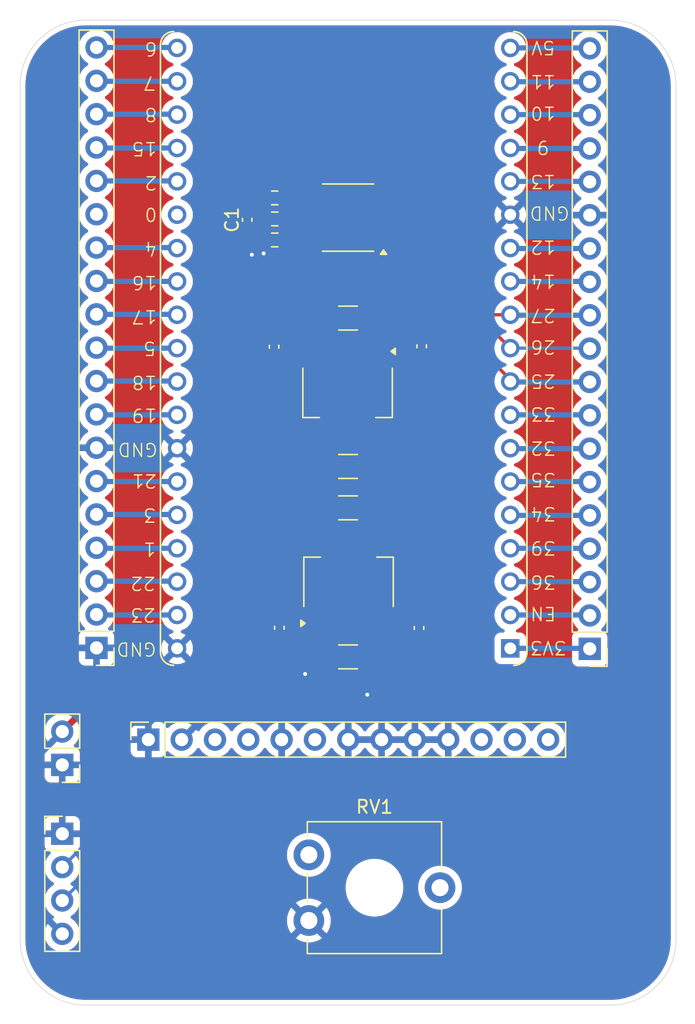
<source format=kicad_pcb>
(kicad_pcb (version 20240108) (generator "pcbnew") (generator_version "8.0")
  (layers (0 "F.Cu" signal) (31 "B.Cu" signal) (34 "B.Paste" user) (35 "F.Paste" user) (36 "B.SilkS" user "B.Silkscreen") (37 "F.SilkS" user "F.Silkscreen") (38 "B.Mask" user) (39 "F.Mask" user) (44 "Edge.Cuts" user))
  (net 0 "")
  (net 1 "GPIO23")
  (net 2 "GPIO19")
  (net 3 "Net-(J1-Pin_3)")
  (net 4 "GPIO16")
  (net 5 "GPIO18")
  (net 6 "GPIO17")
  (net 7 "GPIO27")
  (net 8 "GPIO14")
  (net 9 "12")
  (net 10 "SD2")
  (net 11 "GPIO25")
  (net 12 "GPIO33")
  (net 13 "GPIO13")
  (net 14 "SD3")
  (net 15 "GPIO34")
  (net 16 "GPIO32")
  (net 17 "EN")
  (net 18 "GPIO36")
  (net 19 "GPIO26")
  (net 20 "CMD")
  (net 21 "ESP3V3")
  (net 22 "GPIO35")
  (net 23 "GPIO22")
  (net 24 "CLK")
  (net 25 "GPIO1")
  (net 26 "SD0")
  (net 27 "SD1")
  (net 28 "GPIO2")
  (net 29 "GPIO21")
  (net 30 "GPIO5")
  (net 31 "GPIO0")
  (net 32 "GPIO15")
  (net 33 "GPIO3")
  (net 34 "GPIO4")
  (net 35 "3V3")
  (net 36 "GND")
  (net 37 "RS485_A+")
  (net 38 "9V")
  (net 39 "RS485_B-")
  (net 40 "5V")
  (net 41 "GPIO39")
  (footprint "Package_TO_SOT_SMD:SOT-223-3_TabPin2" (layer "F.Cu") (at 180.498024 68.885524 -90)
    (property "Reference" "U4" (hide yes))
    (property "Value" "AMS1117-3.3")
    (fp_line (start -1.85 3.41) (end 1.91 3.41) (stroke (width 0.12)) (layer "F.SilkS"))
    (fp_line (start 1.91 3.41) (end 1.91 2.15) (stroke (width 0.12)) (layer "F.SilkS"))
    (fp_line (start -1.85 -3.41) (end 1.91 -3.41) (stroke (width 0.12)) (layer "F.SilkS"))
    (fp_line (start 1.91 -3.41) (end 1.91 -2.15) (stroke (width 0.12)) (layer "F.SilkS"))
    (fp_poly (pts (xy -3.13 -3.31) (xy -3.37 -3.64) (xy -2.89 -3.64) (xy -3.13 -3.31)) (stroke (width 0.12)) (fill solid) (layer "F.SilkS"))
    (pad "1" smd roundrect (at -3.15 -2.3 270) (size 2 1.5) (layers "F.Cu" "F.Paste" "F.Mask") (net 36 "GND"))
    (pad "2" smd roundrect (at -3.15 0 270) (size 2 1.5) (layers "F.Cu" "F.Paste" "F.Mask") (net 35 "3V3"))
    (pad "2" smd roundrect (at 3.15 0 270) (size 2 3.8) (layers "F.Cu" "F.Paste" "F.Mask") (net 35 "3V3"))
    (pad "3" smd roundrect (at -3.15 2.3 270) (size 2 1.5) (layers "F.Cu" "F.Paste" "F.Mask") (net 40 "5V"))
  )
  (footprint "Resistor_SMD:R_0603_1608Metric" (layer "F.Cu") (at 174.946058 57.271058 180)
    (property "Reference" "R1" (hide yes))
    (property "Value" "4.7K")
    (fp_line (start -0.237258 0.5225) (end 0.237258 0.5225) (stroke (width 0.12)) (layer "F.SilkS"))
    (fp_line (start -0.237258 -0.5225) (end 0.237258 -0.5225) (stroke (width 0.12)) (layer "F.SilkS"))
    (pad "1" smd roundrect (at -0.825 0 180) (size 0.8 0.95) (layers "F.Cu" "F.Paste" "F.Mask") (net 35 "3V3"))
    (pad "2" smd roundrect (at 0.825 0 180) (size 0.8 0.95) (layers "F.Cu" "F.Paste" "F.Mask") (net 37 "RS485_A+"))
  )
  (footprint "Capacitor_SMD:C_1206_3216Metric" (layer "F.Cu") (at 180.535524 77.671058 180)
    (property "Reference" "C7" (hide yes))
    (property "Value" "22uF")
    (fp_line (start -0.711252 0.91) (end 0.711252 0.91) (stroke (width 0.12)) (layer "F.SilkS"))
    (fp_line (start -0.711252 -0.91) (end 0.711252 -0.91) (stroke (width 0.12)) (layer "F.SilkS"))
    (pad "1" smd roundrect (at -1.475 0 180) (size 1.15 1.8) (layers "F.Cu" "F.Paste" "F.Mask") (roundrect_rratio 0.217391) (net 40 "5V"))
    (pad "2" smd roundrect (at 1.475 0 180) (size 1.15 1.8) (layers "F.Cu" "F.Paste" "F.Mask") (roundrect_rratio 0.217391) (net 36 "GND"))
  )
  (footprint "Resistor_SMD:R_0603_1608Metric" (layer "F.Cu") (at 174.946058 55.671058)
    (property "Reference" "R2" (hide yes))
    (property "Value" "120")
    (fp_line (start -0.237258 -0.5225) (end 0.237258 -0.5225) (stroke (width 0.12)) (layer "F.SilkS"))
    (fp_line (start -0.237258 0.5225) (end 0.237258 0.5225) (stroke (width 0.12)) (layer "F.SilkS"))
    (pad "1" smd roundrect (at -0.825 0) (size 0.8 0.95) (layers "F.Cu" "F.Paste" "F.Mask") (net 37 "RS485_A+"))
    (pad "2" smd roundrect (at 0.825 0) (size 0.8 0.95) (layers "F.Cu" "F.Paste" "F.Mask") (net 39 "RS485_B-"))
  )
  (footprint "Capacitor_SMD:C_1206_3216Metric" (layer "F.Cu") (at 180.535524 89.021058 180)
    (property "Reference" "C3" (hide yes))
    (property "Value" "22uF")
    (fp_line (start -0.711252 0.91) (end 0.711252 0.91) (stroke (width 0.12)) (layer "F.SilkS"))
    (fp_line (start -0.711252 -0.91) (end 0.711252 -0.91) (stroke (width 0.12)) (layer "F.SilkS"))
    (pad "1" smd roundrect (at -1.475 0 180) (size 1.15 1.8) (layers "F.Cu" "F.Paste" "F.Mask") (roundrect_rratio 0.217391) (net 38 "9V"))
    (pad "2" smd roundrect (at 1.475 0 180) (size 1.15 1.8) (layers "F.Cu" "F.Paste" "F.Mask") (roundrect_rratio 0.217391) (net 36 "GND"))
  )
  (footprint "Connector_PinHeader_2.54mm:PinHeader_1x19_P2.54mm_Vertical" (layer "F.Cu") (at 198.958024 88.405524 180)
    (property "Reference" "J4" (hide yes))
    (property "Value" "Conn_01x19")
    (fp_line (start 1.33 1.27) (end 1.33 47.05) (stroke (width 0.12)) (layer "F.SilkS"))
    (fp_line (start -1.33 47.05) (end 1.33 47.05) (stroke (width 0.12)) (layer "F.SilkS"))
    (fp_line (start -1.33 1.27) (end 1.33 1.27) (stroke (width 0.12)) (layer "F.SilkS"))
    (fp_line (start -1.33 1.27) (end -1.33 47.05) (stroke (width 0.12)) (layer "F.SilkS"))
    (fp_line (start -1.33 0) (end -1.33 -1.33) (stroke (width 0.12)) (layer "F.SilkS"))
    (fp_line (start -1.33 -1.33) (end 0 -1.33) (stroke (width 0.12)) (layer "F.SilkS"))
    (pad "1" thru_hole rect (at 0 0 180) (size 1.7 1.7) (drill 1) (layers "*.Cu" "*.Mask") (net 21 "ESP3V3"))
    (pad "2" thru_hole oval (at 0 2.54 180) (size 1.7 1.7) (drill 1) (layers "*.Cu" "*.Mask") (net 17 "EN"))
    (pad "3" thru_hole oval (at 0 5.08 180) (size 1.7 1.7) (drill 1) (layers "*.Cu" "*.Mask") (net 18 "GPIO36"))
    (pad "4" thru_hole oval (at 0 7.62 180) (size 1.7 1.7) (drill 1) (layers "*.Cu" "*.Mask") (net 41 "GPIO39"))
    (pad "5" thru_hole oval (at 0 10.16 180) (size 1.7 1.7) (drill 1) (layers "*.Cu" "*.Mask") (net 15 "GPIO34"))
    (pad "6" thru_hole oval (at 0 12.7 180) (size 1.7 1.7) (drill 1) (layers "*.Cu" "*.Mask") (net 22 "GPIO35"))
    (pad "7" thru_hole oval (at 0 15.24 180) (size 1.7 1.7) (drill 1) (layers "*.Cu" "*.Mask") (net 16 "GPIO32"))
    (pad "8" thru_hole oval (at 0 17.78 180) (size 1.7 1.7) (drill 1) (layers "*.Cu" "*.Mask") (net 12 "GPIO33"))
    (pad "9" thru_hole oval (at 0 20.32 180) (size 1.7 1.7) (drill 1) (layers "*.Cu" "*.Mask") (net 11 "GPIO25"))
    (pad "10" thru_hole oval (at 0 22.86 180) (size 1.7 1.7) (drill 1) (layers "*.Cu" "*.Mask") (net 19 "GPIO26"))
    (pad "11" thru_hole oval (at 0 25.4 180) (size 1.7 1.7) (drill 1) (layers "*.Cu" "*.Mask") (net 7 "GPIO27"))
    (pad "12" thru_hole oval (at 0 27.94 180) (size 1.7 1.7) (drill 1) (layers "*.Cu" "*.Mask") (net 8 "GPIO14"))
    (pad "13" thru_hole oval (at 0 30.48 180) (size 1.7 1.7) (drill 1) (layers "*.Cu" "*.Mask") (net 9 "12"))
    (pad "14" thru_hole oval (at 0 33.02 180) (size 1.7 1.7) (drill 1) (layers "*.Cu" "*.Mask") (net 36 "GND"))
    (pad "15" thru_hole oval (at 0 35.56 180) (size 1.7 1.7) (drill 1) (layers "*.Cu" "*.Mask") (net 13 "GPIO13"))
    (pad "16" thru_hole oval (at 0 38.1 180) (size 1.7 1.7) (drill 1) (layers "*.Cu" "*.Mask") (net 10 "SD2"))
    (pad "17" thru_hole oval (at 0 40.64 180) (size 1.7 1.7) (drill 1) (layers "*.Cu" "*.Mask") (net 14 "SD3"))
    (pad "18" thru_hole oval (at 0 43.18 180) (size 1.7 1.7) (drill 1) (layers "*.Cu" "*.Mask") (net 20 "CMD"))
    (pad "19" thru_hole oval (at 0 45.72 180) (size 1.7 1.7) (drill 1) (layers "*.Cu" "*.Mask") (net 40 "5V"))
  )
  (footprint "ThesisLib:MODULE_ESP32-DEVKITC-32E-Edited" (layer "F.Cu") (at 180.202274 65.535524 180)
    (property "Reference" "U1" (hide yes))
    (property "Value" "ESP32-DEVKITC-32E")
    (fp_line (start 13.97 23.13) (end 13.97 -23.13) (stroke (width 0.127)) (layer "F.SilkS"))
    (fp_line (start -13.97 23.13) (end -13.97 -23.13) (stroke (width 0.127)) (layer "F.SilkS"))
    (fp_arc (start 13.97 23.13) (mid 13.677107 23.837107) (end 12.97 24.13) (stroke (width 0.127)) (layer "F.SilkS"))
    (fp_arc (start 12.97 -24.13) (mid 13.677107 -23.837107) (end 13.97 -23.13) (stroke (width 0.127)) (layer "F.SilkS"))
    (fp_arc (start -12.97 24.13) (mid -13.677107 23.837107) (end -13.97 23.13) (stroke (width 0.127)) (layer "F.SilkS"))
    (fp_arc (start -13.97 -23.13) (mid -13.677107 -23.837107) (end -12.97 -24.13) (stroke (width 0.127)) (layer "F.SilkS"))
    (fp_text user "15" (at 15.2 15.8 180) (layer "F.SilkS") (effects (font (thickness 0.1)) (justify bottom)))
    (fp_text user "8" (at 14.7 18.4 180) (layer "F.SilkS") (effects (font (thickness 0.1)) (justify bottom)))
    (fp_text user "32" (at -15.2 -7 180) (layer "F.SilkS") (effects (font (thickness 0.1)) (justify bottom)))
    (fp_text user "16" (at 15.2 5.6 180) (layer "F.SilkS") (effects (font (thickness 0.1)) (justify bottom)))
    (fp_text user "36" (at -15.2 -17.2 180) (layer "F.SilkS") (effects (font (thickness 0.1)) (justify bottom)))
    (fp_text user "35" (at -15.2 -9.4 180) (layer "F.SilkS") (effects (font (thickness 0.1)) (justify bottom)))
    (fp_text user "1" (at 14.8 -14.7 180) (layer "F.SilkS") (effects (font (thickness 0.1)) (justify bottom)))
    (fp_text user "23" (at 15.3 -19.7 180) (layer "F.SilkS") (effects (font (thickness 0.1)) (justify bottom)))
    (fp_text user "GND" (at -15.7 10.9 180) (layer "F.SilkS") (effects (font (thickness 0.1)) (justify bottom)))
    (fp_text user "" (at 14.4 -20.3 180) (layer "F.SilkS") (effects (font (thickness 0.1)) (justify left bottom)))
    (fp_text user "EN" (at -15.2 -19.6 180) (layer "F.SilkS") (effects (font (thickness 0.1)) (justify bottom)))
    (fp_text user "0" (at 14.7 10.8 180) (layer "F.SilkS") (effects (font (thickness 0.1)) (justify bottom)))
    (fp_text user "19" (at 15.2 -4.5 180) (layer "F.SilkS") (effects (font (thickness 0.1)) (justify bottom)))
    (fp_text user "GND" (at 15.8 -22.3 180) (layer "F.SilkS") (effects (font (thickness 0.1)) (justify bottom)))
    (fp_text user "25" (at -15.2 -1.9 180) (layer "F.SilkS") (effects (font (thickness 0.1)) (justify bottom)))
    (fp_text user "" (at -5.3 -20.3 180) (layer "F.SilkS") (effects (font (thickness 0.1)) (justify left bottom)))
    (fp_text user "5" (at 14.8 0.6 180) (layer "F.SilkS") (effects (font (thickness 0.1)) (justify bottom)))
    (fp_text user "33" (at -15.2 -4.4 180) (layer "F.SilkS") (effects (font (thickness 0.1)) (justify bottom)))
    (fp_text user "13" (at -15.2 13.3 180) (layer "F.SilkS") (effects (font (thickness 0.1)) (justify bottom)))
    (fp_text user "27" (at -15.2 3.1 180) (layer "F.SilkS") (effects (font (thickness 0.1)) (justify bottom)))
    (fp_text user "22" (at 15.3 -17.3 180) (layer "F.SilkS") (effects (font (thickness 0.1)) (justify bottom)))
    (fp_text user "10" (at -15.2 18.5 180) (layer "F.SilkS") (effects (font (thickness 0.1)) (justify bottom)))
    (fp_text user "12" (at -15.2 8.3 180) (layer "F.SilkS") (effects (font (thickness 0.1)) (justify bottom)))
    (fp_text user "" (at -16.8 -20.2 180) (layer "F.SilkS") (effects (font (thickness 0.1)) (justify left bottom)))
    (fp_text user "26" (at -15.2 0.7 180) (layer "F.SilkS") (effects (font (thickness 0.1)) (justify bottom)))
    (fp_text user "7" (at 14.8 20.8 180) (layer "F.SilkS") (effects (font (thickness 0.1)) (justify bottom)))
    (fp_text user "4" (at 14.7 8.2 180) (layer "F.SilkS") (effects (font (thickness 0.1)) (justify bottom)))
    (fp_text user "39" (at -15.2 -14.6 180) (layer "F.SilkS") (effects (font (thickness 0.1)) (justify bottom)))
    (fp_text user "21" (at 15.2 -9.5 180) (layer "F.SilkS") (effects (font (thickness 0.1)) (justify bottom)))
    (fp_text user "34" (at -15.2 -12 180) (layer "F.SilkS") (effects (font (thickness 0.1)) (justify bottom)))
    (fp_text user "2" (at 14.7 13.2 180) (layer "F.SilkS") (effects (font (thickness 0.1)) (justify bottom)))
    (fp_text user "14" (at -15.2 5.7 180) (layer "F.SilkS") (effects (font (thickness 0.1)) (justify bottom)))
    (fp_text user "18" (at 15.2 -2 180) (layer "F.SilkS") (effects (font (thickness 0.1)) (justify bottom)))
    (fp_text user "5V" (at -15.2 23.5 180) (layer "F.SilkS") (effects (font (thickness 0.1)) (justify bottom)))
    (fp_text user "3V3 " (at -15.2 -22.2 180) (layer "F.SilkS") (effects (font (thickness 0.1)) (justify bottom)))
    (fp_text user "11" (at -15.2 20.9 180) (layer "F.SilkS") (effects (font (thickness 0.1)) (justify bottom)))
    (fp_text user "6" (at 14.7 23.4 180) (layer "F.SilkS") (effects (font (thickness 0.1)) (justify bottom)))
    (fp_text user "9" (at -15.2 15.9 180) (layer "F.SilkS") (effects (font (thickness 0.1)) (justify bottom)))
    (fp_text user "3" (at 14.8 -12.1 180) (layer "F.SilkS") (effects (font (thickness 0.1)) (justify bottom)))
    (fp_text user "GND" (at 15.7 -7.1 180) (layer "F.SilkS") (effects (font (thickness 0.1)) (justify bottom)))
    (fp_text user "17" (at 15.2 3 180) (layer "F.SilkS") (effects (font (thickness 0.1)) (justify bottom)))
    (pad "J2_1" thru_hole rect (at -12.7 -22.835 180) (size 1.408 1.408) (drill 0.9) (layers "*.Cu" "*.Mask") (net 21 "ESP3V3"))
    (pad "J2_2" thru_hole circle (at -12.7 -20.295 180) (size 1.408 1.408) (drill 0.9) (layers "*.Cu" "*.Mask") (net 17 "EN"))
    (pad "J2_3" thru_hole circle (at -12.7 -17.755 180) (size 1.408 1.408) (drill 0.9) (layers "*.Cu" "*.Mask") (net 18 "GPIO36"))
    (pad "J2_4" thru_hole circle (at -12.7 -15.215 180) (size 1.408 1.408) (drill 0.9) (layers "*.Cu" "*.Mask") (net 41 "GPIO39"))
    (pad "J2_5" thru_hole circle (at -12.7 -12.675 180) (size 1.408 1.408) (drill 0.9) (layers "*.Cu" "*.Mask") (net 15 "GPIO34"))
    (pad "J2_6" thru_hole circle (at -12.7 -10.135 180) (size 1.408 1.408) (drill 0.9) (layers "*.Cu" "*.Mask") (net 22 "GPIO35"))
    (pad "J2_7" thru_hole circle (at -12.7 -7.595 180) (size 1.408 1.408) (drill 0.9) (layers "*.Cu" "*.Mask") (net 16 "GPIO32"))
    (pad "J2_8" thru_hole circle (at -12.7 -5.055 180) (size 1.408 1.408) (drill 0.9) (layers "*.Cu" "*.Mask") (net 12 "GPIO33"))
    (pad "J2_9" thru_hole circle (at -12.7 -2.515 180) (size 1.408 1.408) (drill 0.9) (layers "*.Cu" "*.Mask") (net 11 "GPIO25"))
    (pad "J2_10" thru_hole circle (at -12.7 0.025 180) (size 1.408 1.408) (drill 0.9) (layers "*.Cu" "*.Mask") (net 19 "GPIO26"))
    (pad "J2_11" thru_hole circle (at -12.7 2.565 180) (size 1.408 1.408) (drill 0.9) (layers "*.Cu" "*.Mask") (net 7 "GPIO27"))
    (pad "J2_12" thru_hole circle (at -12.7 5.105 180) (size 1.408 1.408) (drill 0.9) (layers "*.Cu" "*.Mask") (net 8 "GPIO14"))
    (pad "J2_13" thru_hole circle (at -12.7 7.645 180) (size 1.408 1.408) (drill 0.9) (layers "*.Cu" "*.Mask") (net 9 "12"))
    (pad "J2_14" thru_hole circle (at -12.7 10.185 180) (size 1.408 1.408) (drill 0.9) (layers "*.Cu" "*.Mask") (net 36 "GND"))
    (pad "J2_15" thru_hole circle (at -12.7 12.725 180) (size 1.408 1.408) (drill 0.9) (layers "*.Cu" "*.Mask") (net 13 "GPIO13"))
    (pad "J2_16" thru_hole circle (at -12.7 15.265 180) (size 1.408 1.408) (drill 0.9) (layers "*.Cu" "*.Mask") (net 10 "SD2"))
    (pad "J2_17" thru_hole circle (at -12.7 17.805 180) (size 1.408 1.408) (drill 0.9) (layers "*.Cu" "*.Mask") (net 14 "SD3"))
    (pad "J2_18" thru_hole circle (at -12.7 20.345 180) (size 1.408 1.408) (drill 0.9) (layers "*.Cu" "*.Mask") (net 20 "CMD"))
    (pad "J2_19" thru_hole circle (at -12.7 22.885 180) (size 1.408 1.408) (drill 0.9) (layers "*.Cu" "*.Mask") (net 40 "5V"))
    (pad "J3_1" thru_hole circle (at 12.7 -22.835 180) (size 1.408 1.408) (drill 0.9) (layers "*.Cu" "*.Mask") (net 36 "GND"))
    (pad "J3_2" thru_hole circle (at 12.7 -20.295 180) (size 1.408 1.408) (drill 0.9) (layers "*.Cu" "*.Mask") (net 1 "GPIO23"))
    (pad "J3_3" thru_hole circle (at 12.7 -17.755 180) (size 1.408 1.408) (drill 0.9) (layers "*.Cu" "*.Mask") (net 23 "GPIO22"))
    (pad "J3_4" thru_hole circle (at 12.7 -15.215 180) (size 1.408 1.408) (drill 0.9) (layers "*.Cu" "*.Mask") (net 25 "GPIO1"))
    (pad "J3_5" thru_hole circle (at 12.7 -12.675 180) (size 1.408 1.408) (drill 0.9) (layers "*.Cu" "*.Mask") (net 33 "GPIO3"))
    (pad "J3_6" thru_hole circle (at 12.7 -10.135 180) (size 1.408 1.408) (drill 0.9) (layers "*.Cu" "*.Mask") (net 29 "GPIO21"))
    (pad "J3_7" thru_hole circle (at 12.7 -7.595 180) (size 1.408 1.408) (drill 0.9) (layers "*.Cu" "*.Mask") (net 36 "GND"))
    (pad "J3_8" thru_hole circle (at 12.7 -5.055 180) (size 1.408 1.408) (drill 0.9) (layers "*.Cu" "*.Mask") (net 2 "GPIO19"))
    (pad "J3_9" thru_hole circle (at 12.7 -2.515 180) (size 1.408 1.408) (drill 0.9) (layers "*.Cu" "*.Mask") (net 5 "GPIO18"))
    (pad "J3_10" thru_hole circle (at 12.7 0.025 180) (size 1.408 1.408) (drill 0.9) (layers "*.Cu" "*.Mask") (net 30 "GPIO5"))
    (pad "J3_11" thru_hole circle (at 12.7 2.565 180) (size 1.408 1.408) (drill 0.9) (layers "*.Cu" "*.Mask") (net 6 "GPIO17"))
    (pad "J3_12" thru_hole circle (at 12.7 5.105 180) (size 1.408 1.408) (drill 0.9) (layers "*.Cu" "*.Mask") (net 4 "GPIO16"))
    (pad "J3_13" thru_hole circle (at 12.7 7.645 180) (size 1.408 1.408) (drill 0.9) (layers "*.Cu" "*.Mask") (net 34 "GPIO4"))
    (pad "J3_14" thru_hole circle (at 12.7 10.185 180) (size 1.408 1.408) (drill 0.9) (layers "*.Cu" "*.Mask") (net 31 "GPIO0"))
    (pad "J3_15" thru_hole circle (at 12.7 12.725 180) (size 1.408 1.408) (drill 0.9) (layers "*.Cu" "*.Mask") (net 28 "GPIO2"))
    (pad "J3_16" thru_hole circle (at 12.7 15.265 180) (size 1.408 1.408) (drill 0.9) (layers "*.Cu" "*.Mask") (net 32 "GPIO15"))
    (pad "J3_17" thru_hole circle (at 12.7 17.805 180) (size 1.408 1.408) (drill 0.9) (layers "*.Cu" "*.Mask") (net 27 "SD1"))
    (pad "J3_18" thru_hole circle (at 12.7 20.345 180) (size 1.408 1.408) (drill 0.9) (layers "*.Cu" "*.Mask") (net 26 "SD0"))
    (pad "J3_19" thru_hole circle (at 12.7 22.885 180) (size 1.408 1.408) (drill 0.9) (layers "*.Cu" "*.Mask") (net 24 "CLK"))
  )
  (footprint "Capacitor_SMD:C_0402_1005Metric" (layer "F.Cu") (at 185.946058 86.821058 90)
    (property "Reference" "C2" (hide yes))
    (property "Value" "0.1uF")
    (fp_line (start -0.107836 -0.36) (end 0.107836 -0.36) (stroke (width 0.12)) (layer "F.SilkS"))
    (fp_line (start -0.107836 0.36) (end 0.107836 0.36) (stroke (width 0.12)) (layer "F.SilkS"))
    (pad "1" smd roundrect (at -0.48 0 90) (size 0.56 0.62) (layers "F.Cu" "F.Paste" "F.Mask") (net 38 "9V"))
    (pad "2" smd roundrect (at 0.48 0 90) (size 0.56 0.62) (layers "F.Cu" "F.Paste" "F.Mask") (net 36 "GND"))
  )
  (footprint "Capacitor_SMD:C_0402_1005Metric" (layer "F.Cu") (at 174.896058 65.401058 -90)
    (property "Reference" "C6" (hide yes))
    (property "Value" "0.1uF")
    (fp_line (start -0.107836 0.36) (end 0.107836 0.36) (stroke (width 0.12)) (layer "F.SilkS"))
    (fp_line (start -0.107836 -0.36) (end 0.107836 -0.36) (stroke (width 0.12)) (layer "F.SilkS"))
    (pad "1" smd roundrect (at -0.48 0 270) (size 0.56 0.62) (layers "F.Cu" "F.Paste" "F.Mask") (net 40 "5V"))
    (pad "2" smd roundrect (at 0.48 0 270) (size 0.56 0.62) (layers "F.Cu" "F.Paste" "F.Mask") (net 36 "GND"))
  )
  (footprint "Capacitor_SMD:C_0402_1005Metric" (layer "F.Cu") (at 175.296058 86.801058 -90)
    (property "Reference" "C5" (hide yes))
    (property "Value" "0.1uF")
    (fp_line (start -0.107836 0.36) (end 0.107836 0.36) (stroke (width 0.12)) (layer "F.SilkS"))
    (fp_line (start -0.107836 -0.36) (end 0.107836 -0.36) (stroke (width 0.12)) (layer "F.SilkS"))
    (pad "1" smd roundrect (at -0.48 0 270) (size 0.56 0.62) (layers "F.Cu" "F.Paste" "F.Mask") (net 40 "5V"))
    (pad "2" smd roundrect (at 0.48 0 270) (size 0.56 0.62) (layers "F.Cu" "F.Paste" "F.Mask") (net 36 "GND"))
  )
  (footprint "Connector_PinHeader_2.54mm:PinHeader_1x02_P2.54mm_Vertical" (layer "F.Cu") (at 158.746058 97.246058 180)
    (property "Reference" "J2" (hide yes))
    (property "Value" "PWR")
    (fp_line (start 1.33 1.27) (end 1.33 3.87) (stroke (width 0.12)) (layer "F.SilkS"))
    (fp_line (start -1.33 3.87) (end 1.33 3.87) (stroke (width 0.12)) (layer "F.SilkS"))
    (fp_line (start -1.33 1.27) (end 1.33 1.27) (stroke (width 0.12)) (layer "F.SilkS"))
    (fp_line (start -1.33 1.27) (end -1.33 3.87) (stroke (width 0.12)) (layer "F.SilkS"))
    (fp_line (start -1.33 0) (end -1.33 -1.33) (stroke (width 0.12)) (layer "F.SilkS"))
    (fp_line (start -1.33 -1.33) (end 0 -1.33) (stroke (width 0.12)) (layer "F.SilkS"))
    (pad "1" thru_hole rect (at 0 0 180) (size 1.7 1.7) (drill 1) (layers "*.Cu" "*.Mask") (net 36 "GND"))
    (pad "2" thru_hole oval (at 0 2.54 180) (size 1.7 1.7) (drill 1) (layers "*.Cu" "*.Mask") (net 38 "9V"))
  )
  (footprint "Capacitor_SMD:C_0402_1005Metric" (layer "F.Cu") (at 186.146058 65.371058 90)
    (property "Reference" "C9" (hide yes))
    (property "Value" "0.1uF")
    (fp_line (start -0.107836 -0.36) (end 0.107836 -0.36) (stroke (width 0.12)) (layer "F.SilkS"))
    (fp_line (start -0.107836 0.36) (end 0.107836 0.36) (stroke (width 0.12)) (layer "F.SilkS"))
    (pad "1" smd roundrect (at -0.48 0 90) (size 0.56 0.62) (layers "F.Cu" "F.Paste" "F.Mask") (net 35 "3V3"))
    (pad "2" smd roundrect (at 0.48 0 90) (size 0.56 0.62) (layers "F.Cu" "F.Paste" "F.Mask") (net 36 "GND"))
  )
  (footprint "Package_SO:SOIC-8_3.9x4.9mm_P1.27mm" (layer "F.Cu") (at 180.535524 55.571058 180)
    (property "Reference" "U3" (hide yes))
    (property "Value" "SP3485EN")
    (fp_line (start 0 2.56) (end 1.95 2.56) (stroke (width 0.12)) (layer "F.SilkS"))
    (fp_line (start 0 2.56) (end -1.95 2.56) (stroke (width 0.12)) (layer "F.SilkS"))
    (fp_line (start 0 -2.56) (end 1.95 -2.56) (stroke (width 0.12)) (layer "F.SilkS"))
    (fp_line (start 0 -2.56) (end -1.95 -2.56) (stroke (width 0.12)) (layer "F.SilkS"))
    (fp_poly (pts (xy -2.7 -2.465) (xy -2.94 -2.795) (xy -2.46 -2.795) (xy -2.7 -2.465)) (stroke (width 0.12)) (fill solid) (layer "F.SilkS"))
    (pad "1" smd roundrect (at -2.475 -1.905 180) (size 1.95 0.6) (layers "F.Cu" "F.Paste" "F.Mask") (net 19 "GPIO26"))
    (pad "2" smd roundrect (at -2.475 -0.635 180) (size 1.95 0.6) (layers "F.Cu" "F.Paste" "F.Mask") (net 7 "GPIO27"))
    (pad "3" smd roundrect (at -2.475 0.635 180) (size 1.95 0.6) (layers "F.Cu" "F.Paste" "F.Mask") (net 7 "GPIO27"))
    (pad "4" smd roundrect (at -2.475 1.905 180) (size 1.95 0.6) (layers "F.Cu" "F.Paste" "F.Mask") (net 11 "GPIO25"))
    (pad "5" smd roundrect (at 2.475 1.905 180) (size 1.95 0.6) (layers "F.Cu" "F.Paste" "F.Mask") (net 36 "GND"))
    (pad "6" smd roundrect (at 2.475 0.635 180) (size 1.95 0.6) (layers "F.Cu" "F.Paste" "F.Mask") (net 37 "RS485_A+"))
    (pad "7" smd roundrect (at 2.475 -0.635 180) (size 1.95 0.6) (layers "F.Cu" "F.Paste" "F.Mask") (net 39 "RS485_B-"))
    (pad "8" smd roundrect (at 2.475 -1.905 180) (size 1.95 0.6) (layers "F.Cu" "F.Paste" "F.Mask") (net 35 "3V3"))
  )
  (footprint "Potentiometer_THT:Potentiometer_ACP_CA9-V10_Vertical_Hole" (layer "F.Cu") (at 177.546058 109.096058)
    (property "Reference" "RV1" (at 5 -8.65 0) (layer "F.SilkS"))
    (property "Value" "LCD Pot")
    (fp_line (start -0.12 -7.521) (end -0.12 -6.426) (stroke (width 0.12)) (layer "F.SilkS"))
    (fp_line (start -0.12 -7.521) (end 10.12 -7.521) (stroke (width 0.12)) (layer "F.SilkS"))
    (fp_line (start -0.12 -3.574) (end -0.12 -1.425) (stroke (width 0.12)) (layer "F.SilkS"))
    (fp_line (start -0.12 1.425) (end -0.12 2.52) (stroke (width 0.12)) (layer "F.SilkS"))
    (fp_line (start -0.12 2.52) (end 10.12 2.52) (stroke (width 0.12)) (layer "F.SilkS"))
    (fp_line (start 10.12 -7.521) (end 10.12 -3.925) (stroke (width 0.12)) (layer "F.SilkS"))
    (fp_line (start 10.12 -1.075) (end 10.12 2.52) (stroke (width 0.12)) (layer "F.SilkS"))
    (pad "" np_thru_hole circle (at 5 -2.5) (size 4 4) (drill 4) (layers "*.Cu" "*.Mask"))
    (pad "1" thru_hole circle (at 0 0) (size 2.34 2.34) (drill 1.3) (layers "*.Cu" "*.Mask") (net 36 "GND"))
    (pad "2" thru_hole circle (at 10 -2.5) (size 2.34 2.34) (drill 1.3) (layers "*.Cu" "*.Mask") (net 3 "Net-(J1-Pin_3)"))
    (pad "3" thru_hole circle (at 0 -5) (size 2.34 2.34) (drill 1.3) (layers "*.Cu" "*.Mask") (net 40 "5V"))
  )
  (footprint "Capacitor_SMD:C_1206_3216Metric" (layer "F.Cu") (at 180.535524 74.521058 180)
    (property "Reference" "C8" (hide yes))
    (property "Value" "22uF")
    (fp_line (start -0.711252 0.91) (end 0.711252 0.91) (stroke (width 0.12)) (layer "F.SilkS"))
    (fp_line (start -0.711252 -0.91) (end 0.711252 -0.91) (stroke (width 0.12)) (layer "F.SilkS"))
    (pad "1" smd roundrect (at -1.475 0 180) (size 1.15 1.8) (layers "F.Cu" "F.Paste" "F.Mask") (roundrect_rratio 0.217391) (net 35 "3V3"))
    (pad "2" smd roundrect (at 1.475 0 180) (size 1.15 1.8) (layers "F.Cu" "F.Paste" "F.Mask") (roundrect_rratio 0.217391) (net 36 "GND"))
  )
  (footprint "Capacitor_SMD:C_0402_1005Metric" (layer "F.Cu") (at 172.846058 55.741058 90)
    (property "Reference" "C1" (at 0 -1.16 90) (layer "F.SilkS"))
    (property "Value" "0.1uF")
    (fp_line (start -0.107836 -0.36) (end 0.107836 -0.36) (stroke (width 0.12)) (layer "F.SilkS"))
    (fp_line (start -0.107836 0.36) (end 0.107836 0.36) (stroke (width 0.12)) (layer "F.SilkS"))
    (pad "1" smd roundrect (at -0.48 0 90) (size 0.56 0.62) (layers "F.Cu" "F.Paste" "F.Mask") (net 35 "3V3"))
    (pad "2" smd roundrect (at 0.48 0 90) (size 0.56 0.62) (layers "F.Cu" "F.Paste" "F.Mask") (net 36 "GND"))
  )
  (footprint "Resistor_SMD:R_0603_1608Metric" (layer "F.Cu") (at 174.946058 54.071058 180)
    (property "Reference" "R3" (hide yes))
    (property "Value" "4.7K")
    (fp_line (start -0.237258 0.5225) (end 0.237258 0.5225) (stroke (width 0.12)) (layer "F.SilkS"))
    (fp_line (start -0.237258 -0.5225) (end 0.237258 -0.5225) (stroke (width 0.12)) (layer "F.SilkS"))
    (pad "1" smd roundrect (at -0.825 0 180) (size 0.8 0.95) (layers "F.Cu" "F.Paste" "F.Mask") (net 39 "RS485_B-"))
    (pad "2" smd roundrect (at 0.825 0 180) (size 0.8 0.95) (layers "F.Cu" "F.Paste" "F.Mask") (net 36 "GND"))
  )
  (footprint "Capacitor_SMD:C_1206_3216Metric" (layer "F.Cu") (at 180.535524 63.221058)
    (property "Reference" "C4" (hide yes))
    (property "Value" "22uF")
    (fp_line (start -0.711252 -0.91) (end 0.711252 -0.91) (stroke (width 0.12)) (layer "F.SilkS"))
    (fp_line (start -0.711252 0.91) (end 0.711252 0.91) (stroke (width 0.12)) (layer "F.SilkS"))
    (pad "1" smd roundrect (at -1.475 0) (size 1.15 1.8) (layers "F.Cu" "F.Paste" "F.Mask") (roundrect_rratio 0.217391) (net 40 "5V"))
    (pad "2" smd roundrect (at 1.475 0) (size 1.15 1.8) (layers "F.Cu" "F.Paste" "F.Mask") (roundrect_rratio 0.217391) (net 36 "GND"))
  )
  (footprint "Package_TO_SOT_SMD:SOT-223-3_TabPin2" (layer "F.Cu") (at 180.573024 83.335524 90)
    (property "Reference" "U2" (hide yes))
    (property "Value" "AMS1117-5.0")
    (fp_line (start 1.91 -3.41) (end 1.91 -2.15) (stroke (width 0.12)) (layer "F.SilkS"))
    (fp_line (start -1.85 -3.41) (end 1.91 -3.41) (stroke (width 0.12)) (layer "F.SilkS"))
    (fp_line (start 1.91 3.41) (end 1.91 2.15) (stroke (width 0.12)) (layer "F.SilkS"))
    (fp_line (start -1.85 3.41) (end 1.91 3.41) (stroke (width 0.12)) (layer "F.SilkS"))
    (fp_poly (pts (xy -3.13 -3.31) (xy -3.37 -3.64) (xy -2.89 -3.64) (xy -3.13 -3.31)) (stroke (width 0.12)) (fill solid) (layer "F.SilkS"))
    (pad "1" smd roundrect (at -3.15 -2.3 90) (size 2 1.5) (layers "F.Cu" "F.Paste" "F.Mask") (net 36 "GND"))
    (pad "2" smd roundrect (at -3.15 0 90) (size 2 1.5) (layers "F.Cu" "F.Paste" "F.Mask") (net 40 "5V"))
    (pad "2" smd roundrect (at 3.15 0 90) (size 2 3.8) (layers "F.Cu" "F.Paste" "F.Mask") (net 40 "5V"))
    (pad "3" smd roundrect (at -3.15 2.3 90) (size 2 1.5) (layers "F.Cu" "F.Paste" "F.Mask") (net 38 "9V"))
  )
  (footprint "Connector_PinHeader_2.54mm:PinHeader_1x04_P2.54mm_Vertical" (layer "F.Cu") (at 158.746058 102.491058)
    (property "Reference" "J3" (hide yes))
    (property "Value" "Inter Board")
    (fp_line (start -1.33 -1.33) (end 0 -1.33) (stroke (width 0.12)) (layer "F.SilkS"))
    (fp_line (start -1.33 0) (end -1.33 -1.33) (stroke (width 0.12)) (layer "F.SilkS"))
    (fp_line (start -1.33 1.27) (end -1.33 8.95) (stroke (width 0.12)) (layer "F.SilkS"))
    (fp_line (start -1.33 1.27) (end 1.33 1.27) (stroke (width 0.12)) (layer "F.SilkS"))
    (fp_line (start -1.33 8.95) (end 1.33 8.95) (stroke (width 0.12)) (layer "F.SilkS"))
    (fp_line (start 1.33 1.27) (end 1.33 8.95) (stroke (width 0.12)) (layer "F.SilkS"))
    (pad "1" thru_hole rect (at 0 0) (size 1.7 1.7) (drill 1) (layers "*.Cu" "*.Mask") (net 36 "GND"))
    (pad "2" thru_hole oval (at 0 2.54) (size 1.7 1.7) (drill 1) (layers "*.Cu" "*.Mask") (net 39 "RS485_B-"))
    (pad "3" thru_hole oval (at 0 5.08) (size 1.7 1.7) (drill 1) (layers "*.Cu" "*.Mask") (net 37 "RS485_A+"))
    (pad "4" thru_hole oval (at 0 7.62) (size 1.7 1.7) (drill 1) (layers "*.Cu" "*.Mask") (net 38 "9V"))
  )
  (footprint "Connector_PinHeader_2.54mm:PinHeader_1x19_P2.54mm_Vertical" (layer "F.Cu") (at 161.358024 88.335524 180)
    (property "Reference" "J5" (hide yes))
    (property "Value" "Conn_01x19")
    (fp_line (start 1.33 1.27) (end 1.33 47.05) (stroke (width 0.12)) (layer "F.SilkS"))
    (fp_line (start -1.33 47.05) (end 1.33 47.05) (stroke (width 0.12)) (layer "F.SilkS"))
    (fp_line (start -1.33 1.27) (end 1.33 1.27) (stroke (width 0.12)) (layer "F.SilkS"))
    (fp_line (start -1.33 1.27) (end -1.33 47.05) (stroke (width 0.12)) (layer "F.SilkS"))
    (fp_line (start -1.33 0) (end -1.33 -1.33) (stroke (width 0.12)) (layer "F.SilkS"))
    (fp_line (start -1.33 -1.33) (end 0 -1.33) (stroke (width 0.12)) (layer "F.SilkS"))
    (pad "1" thru_hole rect (at 0 0 180) (size 1.7 1.7) (drill 1) (layers "*.Cu" "*.Mask") (net 36 "GND"))
    (pad "2" thru_hole oval (at 0 2.54 180) (size 1.7 1.7) (drill 1) (layers "*.Cu" "*.Mask") (net 1 "GPIO23"))
    (pad "3" thru_hole oval (at 0 5.08 180) (size 1.7 1.7) (drill 1) (layers "*.Cu" "*.Mask") (net 23 "GPIO22"))
    (pad "4" thru_hole oval (at 0 7.62 180) (size 1.7 1.7) (drill 1) (layers "*.Cu" "*.Mask") (net 25 "GPIO1"))
    (pad "5" thru_hole oval (at 0 10.16 180) (size 1.7 1.7) (drill 1) (layers "*.Cu" "*.Mask") (net 33 "GPIO3"))
    (pad "6" thru_hole oval (at 0 12.7 180) (size 1.7 1.7) (drill 1) (layers "*.Cu" "*.Mask") (net 29 "GPIO21"))
    (pad "7" thru_hole oval (at 0 15.24 180) (size 1.7 1.7) (drill 1) (layers "*.Cu" "*.Mask") (net 36 "GND"))
    (pad "8" thru_hole oval (at 0 17.78 180) (size 1.7 1.7) (drill 1) (layers "*.Cu" "*.Mask") (net 2 "GPIO19"))
    (pad "9" thru_hole oval (at 0 20.32 180) (size 1.7 1.7) (drill 1) (layers "*.Cu" "*.Mask") (net 5 "GPIO18"))
    (pad "10" thru_hole oval (at 0 22.86 180) (size 1.7 1.7) (drill 1) (layers "*.Cu" "*.Mask") (net 30 "GPIO5"))
    (pad "11" thru_hole oval (at 0 25.4 180) (size 1.7 1.7) (drill 1) (layers "*.Cu" "*.Mask") (net 6 "GPIO17"))
    (pad "12" thru_hole oval (at 0 27.94 180) (size 1.7 1.7) (drill 1) (layers "*.Cu" "*.Mask") (net 4 "GPIO16"))
    (pad "13" thru_hole oval (at 0 30.48 180) (size 1.7 1.7) (drill 1) (layers "*.Cu" "*.Mask") (net 34 "GPIO4"))
    (pad "14" thru_hole oval (at 0 33.02 180) (size 1.7 1.7) (drill 1) (layers "*.Cu" "*.Mask") (net 31 "GPIO0"))
    (pad "15" thru_hole oval (at 0 35.56 180) (size 1.7 1.7) (drill 1) (layers "*.Cu" "*.Mask") (net 28 "GPIO2"))
    (pad "16" thru_hole oval (at 0 38.1 180) (size 1.7 1.7) (drill 1) (layers "*.Cu" "*.Mask") (net 32 "GPIO15"))
    (pad "17" thru_hole oval (at 0 40.64 180) (size 1.7 1.7) (drill 1) (layers "*.Cu" "*.Mask") (net 27 "SD1"))
    (pad "18" thru_hole oval (at 0 43.18 180) (size 1.7 1.7) (drill 1) (layers "*.Cu" "*.Mask") (net 26 "SD0"))
    (pad "19" thru_hole oval (at 0 45.72 180) (size 1.7 1.7) (drill 1) (layers "*.Cu" "*.Mask") (net 24 "CLK"))
  )
  (footprint "Connector_PinSocket_2.54mm:PinSocket_1x13_P2.54mm_Vertical" (layer "F.Cu") (at 165.310524 95.321058 90)
    (property "Reference" "J1" (hide yes))
    (property "Value" "16-Pin LCD")
    (fp_line (start 1.33 -1.33) (end 1.33 0) (stroke (width 0.12)) (layer "F.SilkS"))
    (fp_line (start 0 -1.33) (end 1.33 -1.33) (stroke (width 0.12)) (layer "F.SilkS"))
    (fp_line (start 1.33 1.27) (end 1.33 31.81) (stroke (width 0.12)) (layer "F.SilkS"))
    (fp_line (start -1.33 1.27) (end 1.33 1.27) (stroke (width 0.12)) (layer "F.SilkS"))
    (fp_line (start -1.33 1.27) (end -1.33 31.81) (stroke (width 0.12)) (layer "F.SilkS"))
    (fp_line (start -1.33 31.81) (end 1.33 31.81) (stroke (width 0.12)) (layer "F.SilkS"))
    (pad "1" thru_hole rect (at 0 0 90) (size 1.7 1.7) (drill 1) (layers "*.Cu" "*.Mask") (net 36 "GND"))
    (pad "2" thru_hole oval (at 0 2.54 90) (size 1.7 1.7) (drill 1) (layers "*.Cu" "*.Mask") (net 40 "5V"))
    (pad "3" thru_hole oval (at 0 5.08 90) (size 1.7 1.7) (drill 1) (layers "*.Cu" "*.Mask") (net 3 "Net-(J1-Pin_3)"))
    (pad "4" thru_hole oval (at 0 7.62 90) (size 1.7 1.7) (drill 1) (layers "*.Cu" "*.Mask") (net 2 "GPIO19"))
    (pad "5" thru_hole oval (at 0 10.16 90) (size 1.7 1.7) (drill 1) (layers "*.Cu" "*.Mask") (net 36 "GND"))
    (pad "6" thru_hole oval (at 0 12.7 90) (size 1.7 1.7) (drill 1) (layers "*.Cu" "*.Mask") (net 1 "GPIO23"))
    (pad "7" thru_hole oval (at 0 15.24 90) (size 1.7 1.7) (drill 1) (layers "*.Cu" "*.Mask") (net 36 "GND"))
    (pad "8" thru_hole oval (at 0 17.78 90) (size 1.7 1.7) (drill 1) (layers "*.Cu" "*.Mask") (net 36 "GND"))
    (pad "9" thru_hole oval (at 0 20.32 90) (size 1.7 1.7) (drill 1) (layers "*.Cu" "*.Mask") (net 36 "GND"))
    (pad "10" thru_hole oval (at 0 22.86 90) (size 1.7 1.7) (drill 1) (layers "*.Cu" "*.Mask") (net 36 "GND"))
    (pad "11" thru_hole oval (at 0 25.4 90) (size 1.7 1.7) (drill 1) (layers "*.Cu" "*.Mask") (net 5 "GPIO18"))
    (pad "12" thru_hole oval (at 0 27.94 90) (size 1.7 1.7) (drill 1) (layers "*.Cu" "*.Mask") (net 6 "GPIO17"))
    (pad "13" thru_hole oval (at 0 30.48 90) (size 1.7 1.7) (drill 1) (layers "*.Cu" "*.Mask") (net 4 "GPIO16"))
  )
  (gr_line (start 160.535524 115.535524) (end 200.535524 115.535524) (stroke (width 0.05)) (layer "Edge.Cuts"))
  (gr_line (start 155.535524 45.535524) (end 155.535524 110.535524) (stroke (width 0.05)) (layer "Edge.Cuts"))
  (gr_arc (start 200.535524 40.535524) (mid 204.071092 41.999976) (end 205.535524 45.535524) (stroke (width 0.05)) (layer "Edge.Cuts"))
  (gr_arc (start 160.535524 115.535524) (mid 157.000024 114.071044) (end 155.535524 110.535524) (stroke (width 0.05)) (layer "Edge.Cuts"))
  (gr_line (start 205.535524 45.535524) (end 205.535524 110.535524) (stroke (width 0.05)) (layer "Edge.Cuts"))
  (gr_line (start 200.535524 40.535524) (end 160.535524 40.535524) (stroke (width 0.05)) (layer "Edge.Cuts"))
  (gr_arc (start 155.535524 45.535524) (mid 157 42) (end 160.535524 40.535524) (stroke (width 0.05)) (layer "Edge.Cuts"))
  (gr_arc (start 205.535524 110.535524) (mid 204.071068 114.071068) (end 200.535524 115.535524) (stroke (width 0.05)) (layer "Edge.Cuts"))
  (segment (start 161.393024 85.830524) (end 161.358024 85.795524) (width 0.4) (layer "B.Cu") (net 1))
  (segment (start 167.502274 85.830524) (end 161.393024 85.830524) (width 0.4) (layer "B.Cu") (net 1))
  (segment (start 161.393024 70.590524) (end 161.358024 70.555524) (width 0.4) (layer "B.Cu") (net 2))
  (segment (start 167.502274 70.590524) (end 161.393024 70.590524) (width 0.4) (layer "B.Cu") (net 2))
  (segment (start 167.502274 60.430524) (end 161.393024 60.430524) (width 0.4) (layer "B.Cu") (net 4))
  (segment (start 161.393024 60.430524) (end 161.358024 60.395524) (width 0.4) (layer "B.Cu") (net 4))
  (segment (start 161.358024 68.015524) (end 167.467274 68.015524) (width 0.4) (layer "B.Cu") (net 5))
  (segment (start 167.467274 68.015524) (end 167.502274 68.050524) (width 0.4) (layer "B.Cu") (net 5))
  (segment (start 167.467274 62.935524) (end 167.502274 62.970524) (width 0.4) (layer "B.Cu") (net 6))
  (segment (start 161.358024 62.935524) (end 167.467274 62.935524) (width 0.4) (layer "B.Cu") (net 6))
  (segment (start 190.99867 62.970524) (end 192.902274 62.970524) (width 0.25) (layer "F.Cu") (net 7))
  (segment (start 184.234204 56.206058) (end 190.99867 62.970524) (width 0.25) (layer "F.Cu") (net 7))
  (segment (start 183.010524 56.206058) (end 184.234204 56.206058) (width 0.25) (layer "F.Cu") (net 7))
  (segment (start 183.010524 54.936058) (end 183.010524 56.206058) (width 0.25) (layer "F.Cu") (net 7))
  (segment (start 198.958024 63.005524) (end 192.937274 63.005524) (width 0.4) (layer "B.Cu") (net 7))
  (segment (start 192.937274 63.005524) (end 192.902274 62.970524) (width 0.4) (layer "B.Cu") (net 7))
  (segment (start 192.902274 60.430524) (end 198.923024 60.430524) (width 0.4) (layer "B.Cu") (net 8))
  (segment (start 198.923024 60.430524) (end 198.958024 60.465524) (width 0.4) (layer "B.Cu") (net 8))
  (segment (start 192.937274 57.925524) (end 192.902274 57.890524) (width 0.4) (layer "B.Cu") (net 9))
  (segment (start 198.958024 57.925524) (end 192.937274 57.925524) (width 0.4) (layer "B.Cu") (net 9))
  (segment (start 198.958024 50.305524) (end 192.937274 50.305524) (width 0.4) (layer "B.Cu") (net 10))
  (segment (start 192.937274 50.305524) (end 192.902274 50.270524) (width 0.4) (layer "B.Cu") (net 10))
  (segment (start 183.010524 53.666058) (end 182.035525 53.666058) (width 0.25) (layer "F.Cu") (net 11))
  (segment (start 184.036432 58.101058) (end 184.211432 57.926058) (width 0.25) (layer "F.Cu") (net 11))
  (segment (start 182.035525 53.666058) (end 181 54.701583) (width 0.25) (layer "F.Cu") (net 11))
  (segment (start 181.984616 58.101058) (end 184.036432 58.101058) (width 0.25) (layer "F.Cu") (net 11))
  (segment (start 181 54.701583) (end 181 57.116442) (width 0.25) (layer "F.Cu") (net 11))
  (segment (start 184.211432 57.926058) (end 184.681412 57.926058) (width 0.25) (layer "F.Cu") (net 11))
  (segment (start 191 64.244646) (end 191 66) (width 0.25) (layer "F.Cu") (net 11))
  (segment (start 181 57.116442) (end 181.984616 58.101058) (width 0.25) (layer "F.Cu") (net 11))
  (segment (start 191 66) (end 192.902274 67.902274) (width 0.25) (layer "F.Cu") (net 11))
  (segment (start 192.902274 67.902274) (end 192.902274 68.050524) (width 0.25) (layer "F.Cu") (net 11))
  (segment (start 184.681412 57.926058) (end 191 64.244646) (width 0.25) (layer "F.Cu") (net 11))
  (segment (start 198.958024 68.085524) (end 192.937274 68.085524) (width 0.4) (layer "B.Cu") (net 11))
  (segment (start 192.937274 68.085524) (end 192.902274 68.050524) (width 0.4) (layer "B.Cu") (net 11))
  (segment (start 192.902274 70.590524) (end 198.923024 70.590524) (width 0.4) (layer "B.Cu") (net 12))
  (segment (start 198.923024 70.590524) (end 198.958024 70.625524) (width 0.4) (layer "B.Cu") (net 12))
  (segment (start 198.923024 52.810524) (end 198.958024 52.845524) (width 0.4) (layer "B.Cu") (net 13))
  (segment (start 192.902274 52.810524) (end 198.923024 52.810524) (width 0.4) (layer "B.Cu") (net 13))
  (segment (start 192.902274 47.730524) (end 198.923024 47.730524) (width 0.4) (layer "B.Cu") (net 14))
  (segment (start 198.923024 47.730524) (end 198.958024 47.765524) (width 0.4) (layer "B.Cu") (net 14))
  (segment (start 198.958024 78.245524) (end 192.937274 78.245524) (width 0.4) (layer "B.Cu") (net 15))
  (segment (start 192.937274 78.245524) (end 192.902274 78.210524) (width 0.4) (layer "B.Cu") (net 15))
  (segment (start 192.937274 73.165524) (end 192.902274 73.130524) (width 0.4) (layer "B.Cu") (net 16))
  (segment (start 198.958024 73.165524) (end 192.937274 73.165524) (width 0.4) (layer "B.Cu") (net 16))
  (segment (start 192.902274 85.830524) (end 198.923024 85.830524) (width 0.4) (layer "B.Cu") (net 17))
  (segment (start 198.923024 85.830524) (end 198.958024 85.865524) (width 0.4) (layer "B.Cu") (net 17))
  (segment (start 192.902274 83.290524) (end 198.923024 83.290524) (width 0.4) (layer "B.Cu") (net 18))
  (segment (start 198.923024 83.290524) (end 198.958024 83.325524) (width 0.4) (layer "B.Cu") (net 18))
  (segment (start 183.010524 57.476058) (end 184.867808 57.476058) (width 0.25) (layer "F.Cu") (net 19))
  (segment (start 184.867808 57.476058) (end 192.902274 65.510524) (width 0.25) (layer "F.Cu") (net 19))
  (segment (start 192.902274 65.510524) (end 198.923024 65.510524) (width 0.25) (layer "B.Cu") (net 19))
  (segment (start 198.923024 65.510524) (end 198.958024 65.545524) (width 0.25) (layer "B.Cu") (net 19))
  (segment (start 198.958024 45.225524) (end 192.937274 45.225524) (width 0.4) (layer "B.Cu") (net 20))
  (segment (start 192.937274 45.225524) (end 192.902274 45.190524) (width 0.4) (layer "B.Cu") (net 20))
  (segment (start 192.902274 88.370524) (end 198.923024 88.370524) (width 0.4) (layer "B.Cu") (net 21))
  (segment (start 198.923024 88.370524) (end 198.958024 88.405524) (width 0.4) (layer "B.Cu") (net 21))
  (segment (start 198.923024 75.670524) (end 198.958024 75.705524) (width 0.4) (layer "B.Cu") (net 22))
  (segment (start 192.902274 75.670524) (end 198.923024 75.670524) (width 0.4) (layer "B.Cu") (net 22))
  (segment (start 167.467274 83.255524) (end 167.502274 83.290524) (width 0.4) (layer "B.Cu") (net 23))
  (segment (start 161.358024 83.255524) (end 167.467274 83.255524) (width 0.4) (layer "B.Cu") (net 23))
  (segment (start 167.467274 42.615524) (end 167.502274 42.650524) (width 0.4) (layer "B.Cu") (net 24))
  (segment (start 161.358024 42.615524) (end 167.467274 42.615524) (width 0.4) (layer "B.Cu") (net 24))
  (segment (start 167.502274 80.750524) (end 161.393024 80.750524) (width 0.4) (layer "B.Cu") (net 25))
  (segment (start 161.393024 80.750524) (end 161.358024 80.715524) (width 0.4) (layer "B.Cu") (net 25))
  (segment (start 167.502274 45.190524) (end 161.393024 45.190524) (width 0.4) (layer "B.Cu") (net 26))
  (segment (start 161.393024 45.190524) (end 161.358024 45.155524) (width 0.4) (layer "B.Cu") (net 26))
  (segment (start 167.467274 47.695524) (end 167.502274 47.730524) (width 0.4) (layer "B.Cu") (net 27))
  (segment (start 161.358024 47.695524) (end 167.467274 47.695524) (width 0.4) (layer "B.Cu") (net 27))
  (segment (start 167.467274 52.775524) (end 167.502274 52.810524) (width 0.4) (layer "B.Cu") (net 28))
  (segment (start 161.358024 52.775524) (end 167.467274 52.775524) (width 0.4) (layer "B.Cu") (net 28))
  (segment (start 161.393024 75.670524) (end 161.358024 75.635524) (width 0.4) (layer "B.Cu") (net 29))
  (segment (start 167.502274 75.670524) (end 161.393024 75.670524) (width 0.4) (layer "B.Cu") (net 29))
  (segment (start 161.393024 65.510524) (end 161.358024 65.475524) (width 0.4) (layer "B.Cu") (net 30))
  (segment (start 167.502274 65.510524) (end 161.393024 65.510524) (width 0.4) (layer "B.Cu") (net 30))
  (segment (start 167.502274 50.270524) (end 161.393024 50.270524) (width 0.4) (layer "B.Cu") (net 32))
  (segment (start 161.393024 50.270524) (end 161.358024 50.235524) (width 0.4) (layer "B.Cu") (net 32))
  (segment (start 167.467274 78.175524) (end 167.502274 78.210524) (width 0.4) (layer "B.Cu") (net 33))
  (segment (start 161.358024 78.175524) (end 167.467274 78.175524) (width 0.4) (layer "B.Cu") (net 33))
  (segment (start 167.467274 57.855524) (end 167.502274 57.890524) (width 0.4) (layer "B.Cu") (net 34))
  (segment (start 161.358024 57.855524) (end 167.467274 57.855524) (width 0.4) (layer "B.Cu") (net 34))
  (segment (start 181.409358 61.921058) (end 184.253614 61.921058) (width 0.4) (layer "F.Cu") (net 35))
  (segment (start 180.498024 62.832392) (end 181.409358 61.921058) (width 0.4) (layer "F.Cu") (net 35))
  (segment (start 186.856058 65.343942) (end 186.348942 65.851058) (width 0.4) (layer "F.Cu") (net 35))
  (segment (start 186.348942 65.851058) (end 186.146058 65.851058) (width 0.4) (layer "F.Cu") (net 35))
  (segment (start 186.146058 65.851058) (end 186.146058 70.553942) (width 0.4) (layer "F.Cu") (net 35))
  (segment (start 182.010524 74.521058) (end 182.010524 73.548024) (width 0.4) (layer "F.Cu") (net 35))
  (segment (start 179.808614 57.476058) (end 184.253614 61.921058) (width 0.4) (layer "F.Cu") (net 35))
  (segment (start 182.010524 73.548024) (end 180.498024 72.035524) (width 0.4) (layer "F.Cu") (net 35))
  (segment (start 186.146058 70.553942) (end 184.664476 72.035524) (width 0.4) (layer "F.Cu") (net 35))
  (segment (start 186.856058 64.523502) (end 186.856058 65.343942) (width 0.4) (layer "F.Cu") (net 35))
  (segment (start 180.498024 65.735524) (end 180.498024 62.832392) (width 0.4) (layer "F.Cu") (net 35))
  (segment (start 184.253614 61.921058) (end 186.856058 64.523502) (width 0.4) (layer "F.Cu") (net 35))
  (segment (start 184.664476 72.035524) (end 180.498024 72.035524) (width 0.4) (layer "F.Cu") (net 35))
  (segment (start 178.060524 57.476058) (end 179.808614 57.476058) (width 0.4) (layer "F.Cu") (net 35))
  (segment (start 198.923024 55.350524) (end 198.958024 55.385524) (width 0.4) (layer "B.Cu") (net 36))
  (segment (start 167.467274 73.095524) (end 167.502274 73.130524) (width 0.4) (layer "B.Cu") (net 36))
  (segment (start 178.060524 54.936058) (end 176.936058 54.936058) (width 0.25) (layer "F.Cu") (net 37))
  (segment (start 175.046058 56.346058) (end 174.121058 57.271058) (width 0.25) (layer "F.Cu") (net 37))
  (segment (start 174.121058 55.671058) (end 174.121058 57.271058) (width 0.25) (layer "F.Cu") (net 37))
  (segment (start 176.271058 53.271058) (end 175.348054 53.271058) (width 0.25) (layer "F.Cu") (net 37))
  (segment (start 176.496058 54.496058) (end 176.496058 53.496058) (width 0.25) (layer "F.Cu") (net 37))
  (segment (start 176.936058 54.936058) (end 176.496058 54.496058) (width 0.25) (layer "F.Cu") (net 37))
  (segment (start 174.121058 57.271058) (end 174.121058 58.278942) (width 0.25) (layer "F.Cu") (net 37))
  (segment (start 176.496058 53.496058) (end 176.271058 53.271058) (width 0.25) (layer "F.Cu") (net 37))
  (segment (start 175.348054 53.271058) (end 175.046058 53.573054) (width 0.25) (layer "F.Cu") (net 37))
  (segment (start 175.046058 53.573054) (end 175.046058 56.346058) (width 0.25) (layer "F.Cu") (net 37))
  (segment (start 174.121058 58.278942) (end 174.1 58.3) (width 0.25) (layer "F.Cu") (net 37))
  (via (at 174.1 58.3) (size 0.6) (drill 0.3) (layers "F.Cu" "B.Cu") (net 37))
  (segment (start 174.1 58.3) (end 174.1 85.5) (width 0.25) (layer "B.Cu") (net 37))
  (segment (start 162.422593 103.894523) (end 158.746058 107.571058) (width 0.25) (layer "B.Cu") (net 37))
  (segment (start 174.1 85.5) (end 165.453942 94.146058) (width 0.25) (layer "B.Cu") (net 37))
  (segment (start 164.153942 94.146058) (end 162.422593 95.877407) (width 0.25) (layer "B.Cu") (net 37))
  (segment (start 165.453942 94.146058) (end 164.153942 94.146058) (width 0.25) (layer "B.Cu") (net 37))
  (segment (start 162.422593 95.877407) (end 162.422593 103.894523) (width 0.25) (layer "B.Cu") (net 37))
  (segment (start 182.873024 86.485524) (end 182.873024 88.158558) (width 0.5) (layer "F.Cu") (net 38))
  (segment (start 180.7 93.2) (end 182 91.9) (width 0.5) (layer "F.Cu") (net 38))
  (segment (start 182.010524 89.021058) (end 184.226058 89.021058) (width 0.5) (layer "F.Cu") (net 38))
  (segment (start 182 89.031582) (end 182.010524 89.021058) (width 0.5) (layer "F.Cu") (net 38))
  (segment (start 182.873024 88.158558) (end 182.010524 89.021058) (width 0.5) (layer "F.Cu") (net 38))
  (segment (start 182 91.9) (end 182 89.031582) (width 0.5) (layer "F.Cu") (net 38))
  (segment (start 184.226058 89.021058) (end 185.946058 87.301058) (width 0.5) (layer "F.Cu") (net 38))
  (segment (start 158.746058 94.706058) (end 160.252116 93.2) (width 0.5) (layer "F.Cu") (net 38))
  (segment (start 160.252116 93.2) (end 180.7 93.2) (width 0.5) (layer "F.Cu") (net 38))
  (via (at 182 91.9) (size 0.6) (drill 0.3) (layers "F.Cu" "B.Cu") (net 38))
  (segment (start 158.746058 94.706058) (end 156.8 96.652116) (width 0.5) (layer "B.Cu") (net 38))
  (segment (start 156.8 108.165) (end 158.746058 110.111058) (width 0.5) (layer "B.Cu") (net 38))
  (segment (start 156.8 96.652116) (end 156.8 108.165) (width 0.5) (layer "B.Cu") (net 38))
  (segment (start 176.206058 56.206058) (end 178.060524 56.206058) (width 0.25) (layer "F.Cu") (net 39))
  (segment (start 175.771058 55.771058) (end 176.206058 56.206058) (width 0.25) (layer "F.Cu") (net 39))
  (segment (start 173.725 58.925) (end 173.2 58.4) (width 0.25) (layer "F.Cu") (net 39))
  (segment (start 178.060524 56.206058) (end 177.063054 56.206058) (width 0.25) (layer "F.Cu") (net 39))
  (segment (start 177.063054 56.206058) (end 176.496058 56.773054) (width 0.25) (layer "F.Cu") (net 39))
  (segment (start 176.496058 57.803942) (end 175.375 58.925) (width 0.25) (layer "F.Cu") (net 39))
  (segment (start 175.771058 54.071058) (end 175.771058 55.671058) (width 0.25) (layer "F.Cu") (net 39))
  (segment (start 175.375 58.925) (end 173.725 58.925) (width 0.25) (layer "F.Cu") (net 39))
  (segment (start 175.771058 55.671058) (end 175.771058 55.771058) (width 0.25) (layer "F.Cu") (net 39))
  (segment (start 176.496058 56.773054) (end 176.496058 57.803942) (width 0.25) (layer "F.Cu") (net 39))
  (via (at 173.2 58.4) (size 0.6) (drill 0.3) (layers "F.Cu" "B.Cu") (net 39))
  (segment (start 173.65 85.313604) (end 165.267546 93.696058) (width 0.25) (layer "B.Cu") (net 39))
  (segment (start 173.65 60.05) (end 173.65 85.313604) (width 0.25) (layer "B.Cu") (net 39))
  (segment (start 165.267546 93.696058) (end 163.949128 93.696058) (width 0.25) (layer "B.Cu") (net 39))
  (segment (start 163.949128 93.696058) (end 161.972593 95.672593) (width 0.25) (layer "B.Cu") (net 39))
  (segment (start 161.972593 101.804523) (end 158.746058 105.031058) (width 0.25) (layer "B.Cu") (net 39))
  (segment (start 173.2 59.6) (end 173.65 60.05) (width 0.25) (layer "B.Cu") (net 39))
  (segment (start 161.972593 95.672593) (end 161.972593 101.804523) (width 0.25) (layer "B.Cu") (net 39))
  (segment (start 173.2 58.4) (end 173.2 59.6) (width 0.25) (layer "B.Cu") (net 39))
  (segment (start 180.573024 89.409724) (end 179.66169 90.321058) (width 0.4) (layer "F.Cu") (net 40))
  (segment (start 174.586058 87.648614) (end 174.586058 86.721059) (width 0.4) (layer "F.Cu") (net 40))
  (segment (start 178.198024 64.083558) (end 179.060524 63.221058) (width 0.4) (layer "F.Cu") (net 40))
  (segment (start 180.573024 86.485524) (end 180.573024 89.409724) (width 0.4) (layer "F.Cu") (net 40))
  (segment (start 174.896058 64.921058) (end 177.383558 64.921058) (width 0.4) (layer "F.Cu") (net 40))
  (segment (start 174.986059 86.321058) (end 175.296058 86.321058) (width 0.4) (layer "F.Cu") (net 40))
  (segment (start 177.383558 64.921058) (end 178.198024 65.735524) (width 0.4) (layer "F.Cu") (net 40))
  (segment (start 176.114476 80.185524) (end 180.573024 80.185524) (width 0.4) (layer "F.Cu") (net 40))
  (segment (start 182.010524 77.671058) (end 182.010524 78.748024) (width 0.4) (layer "F.Cu") (net 40))
  (segment (start 179.66169 90.321058) (end 177.258502 90.321058) (width 0.4) (layer "F.Cu") (net 40))
  (segment (start 177.258502 90.321058) (end 174.586058 87.648614) (width 0.4) (layer "F.Cu") (net 40))
  (segment (start 178.198024 65.735524) (end 178.198024 64.083558) (width 0.4) (layer "F.Cu") (net 40))
  (segment (start 175.296058 86.321058) (end 175.296058 81.003942) (width 0.4) (layer "F.Cu") (net 40))
  (segment (start 175.296058 81.003942) (end 176.114476 80.185524) (width 0.4) (layer "F.Cu") (net 40))
  (segment (start 174.586058 86.721059) (end 174.986059 86.321058) (width 0.4) (layer "F.Cu") (net 40))
  (segment (start 182.010524 78.748024) (end 180.573024 80.185524) (width 0.4) (layer "F.Cu") (net 40))
  (via (at 177.258502 90.321058) (size 0.6) (drill 0.3) (layers "F.Cu" "B.Cu") (net 40))
  (segment (start 198.923024 42.650524) (end 198.958024 42.685524) (width 0.4) (layer "B.Cu") (net 40))
  (segment (start 172.850524 90.321058) (end 177.258502 90.321058) (width 0.5) (layer "B.Cu") (net 40))
  (segment (start 192.902274 42.650524) (end 198.923024 42.650524) (width 0.4) (layer "B.Cu") (net 40))
  (segment (start 167.850524 95.321058) (end 172.850524 90.321058) (width 0.5) (layer "B.Cu") (net 40))
  (segment (start 198.923024 80.750524) (end 198.958024 80.785524) (width 0.4) (layer "B.Cu") (net 41))
  (segment (start 192.902274 80.750524) (end 198.923024 80.750524) (width 0.4) (layer "B.Cu") (net 41))
  (zone (net 36) (net_name "GND") (layer "F.Cu") (connect_pads (clearance 0.5)) (min_thickness 0.25) (fill yes (thermal_gap 0.5) (thermal_bridge_width 0.5))
    (polygon (pts (xy 206 40) (xy 155 40) (xy 155 116) (xy 206 116)))
  )
  (zone (net 36) (net_name "GND") (layer "B.Cu") (priority 1) (connect_pads (clearance 0.5)) (min_thickness 0.25) (fill yes (thermal_gap 0.5) (thermal_bridge_width 0.5))
    (polygon (pts (xy 207 39) (xy 207 117) (xy 154 117) (xy 154 39)))
  )
)
</source>
